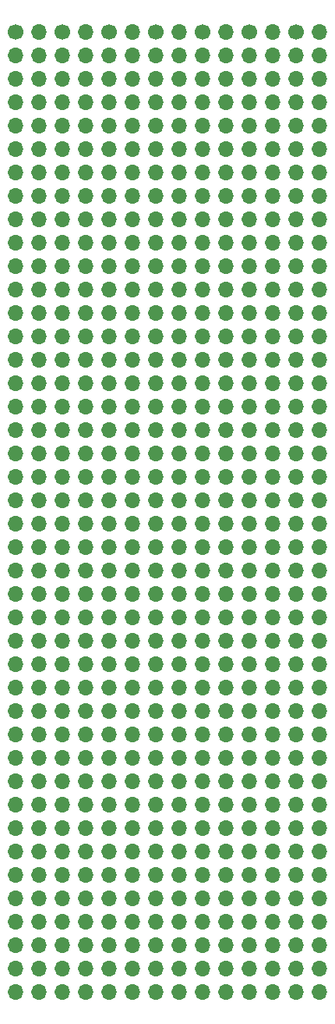
<source format=gbr>
G04 #@! TF.GenerationSoftware,KiCad,Pcbnew,5.0.2+dfsg1-1~bpo9+1*
G04 #@! TF.CreationDate,2019-11-20T21:54:30+01:00*
G04 #@! TF.ProjectId,eurobb,6575726f-6262-42e6-9b69-6361645f7063,rev?*
G04 #@! TF.SameCoordinates,Original*
G04 #@! TF.FileFunction,Copper,L1,Top*
G04 #@! TF.FilePolarity,Positive*
%FSLAX46Y46*%
G04 Gerber Fmt 4.6, Leading zero omitted, Abs format (unit mm)*
G04 Created by KiCad (PCBNEW 5.0.2+dfsg1-1~bpo9+1) date Wed 20 Nov 2019 09:54:30 PM CET*
%MOMM*%
%LPD*%
G01*
G04 APERTURE LIST*
G04 #@! TA.AperFunction,ComponentPad*
%ADD10O,1.700000X1.700000*%
G04 #@! TD*
G04 #@! TA.AperFunction,ComponentPad*
%ADD11C,1.700000*%
G04 #@! TD*
G04 APERTURE END LIST*
D10*
G04 #@! TO.P,REF\002A\002A,84*
G04 #@! TO.N,N/C*
X72136000Y-154305000D03*
G04 #@! TO.P,REF\002A\002A,83*
X69596000Y-154305000D03*
G04 #@! TO.P,REF\002A\002A,82*
X72136000Y-151765000D03*
G04 #@! TO.P,REF\002A\002A,81*
X69596000Y-151765000D03*
G04 #@! TO.P,REF\002A\002A,80*
X72136000Y-149225000D03*
G04 #@! TO.P,REF\002A\002A,79*
X69596000Y-149225000D03*
G04 #@! TO.P,REF\002A\002A,78*
X72136000Y-146685000D03*
G04 #@! TO.P,REF\002A\002A,77*
X69596000Y-146685000D03*
G04 #@! TO.P,REF\002A\002A,76*
X72136000Y-144145000D03*
G04 #@! TO.P,REF\002A\002A,75*
X69596000Y-144145000D03*
G04 #@! TO.P,REF\002A\002A,74*
X72136000Y-141605000D03*
G04 #@! TO.P,REF\002A\002A,73*
X69596000Y-141605000D03*
G04 #@! TO.P,REF\002A\002A,72*
X72136000Y-139065000D03*
G04 #@! TO.P,REF\002A\002A,71*
X69596000Y-139065000D03*
G04 #@! TO.P,REF\002A\002A,70*
X72136000Y-136525000D03*
G04 #@! TO.P,REF\002A\002A,69*
X69596000Y-136525000D03*
G04 #@! TO.P,REF\002A\002A,68*
X72136000Y-133985000D03*
G04 #@! TO.P,REF\002A\002A,67*
X69596000Y-133985000D03*
G04 #@! TO.P,REF\002A\002A,66*
X72136000Y-131445000D03*
G04 #@! TO.P,REF\002A\002A,65*
X69596000Y-131445000D03*
G04 #@! TO.P,REF\002A\002A,64*
X72136000Y-128905000D03*
G04 #@! TO.P,REF\002A\002A,63*
X69596000Y-128905000D03*
G04 #@! TO.P,REF\002A\002A,62*
X72136000Y-126365000D03*
G04 #@! TO.P,REF\002A\002A,61*
X69596000Y-126365000D03*
G04 #@! TO.P,REF\002A\002A,60*
X72136000Y-123825000D03*
G04 #@! TO.P,REF\002A\002A,59*
X69596000Y-123825000D03*
G04 #@! TO.P,REF\002A\002A,58*
X72136000Y-121285000D03*
G04 #@! TO.P,REF\002A\002A,57*
X69596000Y-121285000D03*
G04 #@! TO.P,REF\002A\002A,56*
X72136000Y-118745000D03*
G04 #@! TO.P,REF\002A\002A,55*
X69596000Y-118745000D03*
G04 #@! TO.P,REF\002A\002A,54*
X72136000Y-116205000D03*
G04 #@! TO.P,REF\002A\002A,53*
X69596000Y-116205000D03*
G04 #@! TO.P,REF\002A\002A,52*
X72136000Y-113665000D03*
G04 #@! TO.P,REF\002A\002A,51*
X69596000Y-113665000D03*
G04 #@! TO.P,REF\002A\002A,50*
X72136000Y-111125000D03*
G04 #@! TO.P,REF\002A\002A,49*
X69596000Y-111125000D03*
G04 #@! TO.P,REF\002A\002A,48*
X72136000Y-108585000D03*
G04 #@! TO.P,REF\002A\002A,47*
X69596000Y-108585000D03*
G04 #@! TO.P,REF\002A\002A,46*
X72136000Y-106045000D03*
G04 #@! TO.P,REF\002A\002A,45*
X69596000Y-106045000D03*
G04 #@! TO.P,REF\002A\002A,44*
X72136000Y-103505000D03*
G04 #@! TO.P,REF\002A\002A,43*
X69596000Y-103505000D03*
G04 #@! TO.P,REF\002A\002A,42*
X72136000Y-100965000D03*
G04 #@! TO.P,REF\002A\002A,41*
X69596000Y-100965000D03*
G04 #@! TO.P,REF\002A\002A,40*
X72136000Y-98425000D03*
G04 #@! TO.P,REF\002A\002A,39*
X69596000Y-98425000D03*
G04 #@! TO.P,REF\002A\002A,38*
X72136000Y-95885000D03*
G04 #@! TO.P,REF\002A\002A,37*
X69596000Y-95885000D03*
G04 #@! TO.P,REF\002A\002A,36*
X72136000Y-93345000D03*
G04 #@! TO.P,REF\002A\002A,35*
X69596000Y-93345000D03*
G04 #@! TO.P,REF\002A\002A,34*
X72136000Y-90805000D03*
G04 #@! TO.P,REF\002A\002A,33*
X69596000Y-90805000D03*
G04 #@! TO.P,REF\002A\002A,32*
X72136000Y-88265000D03*
G04 #@! TO.P,REF\002A\002A,31*
X69596000Y-88265000D03*
G04 #@! TO.P,REF\002A\002A,30*
X72136000Y-85725000D03*
G04 #@! TO.P,REF\002A\002A,29*
X69596000Y-85725000D03*
G04 #@! TO.P,REF\002A\002A,28*
X72136000Y-83185000D03*
G04 #@! TO.P,REF\002A\002A,27*
X69596000Y-83185000D03*
G04 #@! TO.P,REF\002A\002A,26*
X72136000Y-80645000D03*
G04 #@! TO.P,REF\002A\002A,25*
X69596000Y-80645000D03*
G04 #@! TO.P,REF\002A\002A,24*
X72136000Y-78105000D03*
G04 #@! TO.P,REF\002A\002A,23*
X69596000Y-78105000D03*
G04 #@! TO.P,REF\002A\002A,22*
X72136000Y-75565000D03*
G04 #@! TO.P,REF\002A\002A,21*
X69596000Y-75565000D03*
G04 #@! TO.P,REF\002A\002A,20*
X72136000Y-73025000D03*
G04 #@! TO.P,REF\002A\002A,19*
X69596000Y-73025000D03*
G04 #@! TO.P,REF\002A\002A,18*
X72136000Y-70485000D03*
G04 #@! TO.P,REF\002A\002A,17*
X69596000Y-70485000D03*
G04 #@! TO.P,REF\002A\002A,16*
X72136000Y-67945000D03*
G04 #@! TO.P,REF\002A\002A,15*
X69596000Y-67945000D03*
G04 #@! TO.P,REF\002A\002A,14*
X72136000Y-65405000D03*
G04 #@! TO.P,REF\002A\002A,13*
X69596000Y-65405000D03*
G04 #@! TO.P,REF\002A\002A,12*
X72136000Y-62865000D03*
G04 #@! TO.P,REF\002A\002A,11*
X69596000Y-62865000D03*
G04 #@! TO.P,REF\002A\002A,10*
X72136000Y-60325000D03*
G04 #@! TO.P,REF\002A\002A,9*
X69596000Y-60325000D03*
G04 #@! TO.P,REF\002A\002A,8*
X72136000Y-57785000D03*
G04 #@! TO.P,REF\002A\002A,7*
X69596000Y-57785000D03*
G04 #@! TO.P,REF\002A\002A,6*
X72136000Y-55245000D03*
G04 #@! TO.P,REF\002A\002A,5*
X69596000Y-55245000D03*
G04 #@! TO.P,REF\002A\002A,4*
X72136000Y-52705000D03*
G04 #@! TO.P,REF\002A\002A,3*
X69596000Y-52705000D03*
G04 #@! TO.P,REF\002A\002A,2*
X72136000Y-50165000D03*
D11*
G04 #@! TO.P,REF\002A\002A,1*
X69596000Y-50165000D03*
G04 #@! TD*
D10*
G04 #@! TO.P,REF\002A\002A,84*
G04 #@! TO.N,N/C*
X102616000Y-154305000D03*
G04 #@! TO.P,REF\002A\002A,83*
X100076000Y-154305000D03*
G04 #@! TO.P,REF\002A\002A,82*
X102616000Y-151765000D03*
G04 #@! TO.P,REF\002A\002A,81*
X100076000Y-151765000D03*
G04 #@! TO.P,REF\002A\002A,80*
X102616000Y-149225000D03*
G04 #@! TO.P,REF\002A\002A,79*
X100076000Y-149225000D03*
G04 #@! TO.P,REF\002A\002A,78*
X102616000Y-146685000D03*
G04 #@! TO.P,REF\002A\002A,77*
X100076000Y-146685000D03*
G04 #@! TO.P,REF\002A\002A,76*
X102616000Y-144145000D03*
G04 #@! TO.P,REF\002A\002A,75*
X100076000Y-144145000D03*
G04 #@! TO.P,REF\002A\002A,74*
X102616000Y-141605000D03*
G04 #@! TO.P,REF\002A\002A,73*
X100076000Y-141605000D03*
G04 #@! TO.P,REF\002A\002A,72*
X102616000Y-139065000D03*
G04 #@! TO.P,REF\002A\002A,71*
X100076000Y-139065000D03*
G04 #@! TO.P,REF\002A\002A,70*
X102616000Y-136525000D03*
G04 #@! TO.P,REF\002A\002A,69*
X100076000Y-136525000D03*
G04 #@! TO.P,REF\002A\002A,68*
X102616000Y-133985000D03*
G04 #@! TO.P,REF\002A\002A,67*
X100076000Y-133985000D03*
G04 #@! TO.P,REF\002A\002A,66*
X102616000Y-131445000D03*
G04 #@! TO.P,REF\002A\002A,65*
X100076000Y-131445000D03*
G04 #@! TO.P,REF\002A\002A,64*
X102616000Y-128905000D03*
G04 #@! TO.P,REF\002A\002A,63*
X100076000Y-128905000D03*
G04 #@! TO.P,REF\002A\002A,62*
X102616000Y-126365000D03*
G04 #@! TO.P,REF\002A\002A,61*
X100076000Y-126365000D03*
G04 #@! TO.P,REF\002A\002A,60*
X102616000Y-123825000D03*
G04 #@! TO.P,REF\002A\002A,59*
X100076000Y-123825000D03*
G04 #@! TO.P,REF\002A\002A,58*
X102616000Y-121285000D03*
G04 #@! TO.P,REF\002A\002A,57*
X100076000Y-121285000D03*
G04 #@! TO.P,REF\002A\002A,56*
X102616000Y-118745000D03*
G04 #@! TO.P,REF\002A\002A,55*
X100076000Y-118745000D03*
G04 #@! TO.P,REF\002A\002A,54*
X102616000Y-116205000D03*
G04 #@! TO.P,REF\002A\002A,53*
X100076000Y-116205000D03*
G04 #@! TO.P,REF\002A\002A,52*
X102616000Y-113665000D03*
G04 #@! TO.P,REF\002A\002A,51*
X100076000Y-113665000D03*
G04 #@! TO.P,REF\002A\002A,50*
X102616000Y-111125000D03*
G04 #@! TO.P,REF\002A\002A,49*
X100076000Y-111125000D03*
G04 #@! TO.P,REF\002A\002A,48*
X102616000Y-108585000D03*
G04 #@! TO.P,REF\002A\002A,47*
X100076000Y-108585000D03*
G04 #@! TO.P,REF\002A\002A,46*
X102616000Y-106045000D03*
G04 #@! TO.P,REF\002A\002A,45*
X100076000Y-106045000D03*
G04 #@! TO.P,REF\002A\002A,44*
X102616000Y-103505000D03*
G04 #@! TO.P,REF\002A\002A,43*
X100076000Y-103505000D03*
G04 #@! TO.P,REF\002A\002A,42*
X102616000Y-100965000D03*
G04 #@! TO.P,REF\002A\002A,41*
X100076000Y-100965000D03*
G04 #@! TO.P,REF\002A\002A,40*
X102616000Y-98425000D03*
G04 #@! TO.P,REF\002A\002A,39*
X100076000Y-98425000D03*
G04 #@! TO.P,REF\002A\002A,38*
X102616000Y-95885000D03*
G04 #@! TO.P,REF\002A\002A,37*
X100076000Y-95885000D03*
G04 #@! TO.P,REF\002A\002A,36*
X102616000Y-93345000D03*
G04 #@! TO.P,REF\002A\002A,35*
X100076000Y-93345000D03*
G04 #@! TO.P,REF\002A\002A,34*
X102616000Y-90805000D03*
G04 #@! TO.P,REF\002A\002A,33*
X100076000Y-90805000D03*
G04 #@! TO.P,REF\002A\002A,32*
X102616000Y-88265000D03*
G04 #@! TO.P,REF\002A\002A,31*
X100076000Y-88265000D03*
G04 #@! TO.P,REF\002A\002A,30*
X102616000Y-85725000D03*
G04 #@! TO.P,REF\002A\002A,29*
X100076000Y-85725000D03*
G04 #@! TO.P,REF\002A\002A,28*
X102616000Y-83185000D03*
G04 #@! TO.P,REF\002A\002A,27*
X100076000Y-83185000D03*
G04 #@! TO.P,REF\002A\002A,26*
X102616000Y-80645000D03*
G04 #@! TO.P,REF\002A\002A,25*
X100076000Y-80645000D03*
G04 #@! TO.P,REF\002A\002A,24*
X102616000Y-78105000D03*
G04 #@! TO.P,REF\002A\002A,23*
X100076000Y-78105000D03*
G04 #@! TO.P,REF\002A\002A,22*
X102616000Y-75565000D03*
G04 #@! TO.P,REF\002A\002A,21*
X100076000Y-75565000D03*
G04 #@! TO.P,REF\002A\002A,20*
X102616000Y-73025000D03*
G04 #@! TO.P,REF\002A\002A,19*
X100076000Y-73025000D03*
G04 #@! TO.P,REF\002A\002A,18*
X102616000Y-70485000D03*
G04 #@! TO.P,REF\002A\002A,17*
X100076000Y-70485000D03*
G04 #@! TO.P,REF\002A\002A,16*
X102616000Y-67945000D03*
G04 #@! TO.P,REF\002A\002A,15*
X100076000Y-67945000D03*
G04 #@! TO.P,REF\002A\002A,14*
X102616000Y-65405000D03*
G04 #@! TO.P,REF\002A\002A,13*
X100076000Y-65405000D03*
G04 #@! TO.P,REF\002A\002A,12*
X102616000Y-62865000D03*
G04 #@! TO.P,REF\002A\002A,11*
X100076000Y-62865000D03*
G04 #@! TO.P,REF\002A\002A,10*
X102616000Y-60325000D03*
G04 #@! TO.P,REF\002A\002A,9*
X100076000Y-60325000D03*
G04 #@! TO.P,REF\002A\002A,8*
X102616000Y-57785000D03*
G04 #@! TO.P,REF\002A\002A,7*
X100076000Y-57785000D03*
G04 #@! TO.P,REF\002A\002A,6*
X102616000Y-55245000D03*
G04 #@! TO.P,REF\002A\002A,5*
X100076000Y-55245000D03*
G04 #@! TO.P,REF\002A\002A,4*
X102616000Y-52705000D03*
G04 #@! TO.P,REF\002A\002A,3*
X100076000Y-52705000D03*
G04 #@! TO.P,REF\002A\002A,2*
X102616000Y-50165000D03*
D11*
G04 #@! TO.P,REF\002A\002A,1*
X100076000Y-50165000D03*
G04 #@! TD*
D10*
G04 #@! TO.P,REF\002A\002A,84*
G04 #@! TO.N,N/C*
X77216000Y-154305000D03*
G04 #@! TO.P,REF\002A\002A,83*
X74676000Y-154305000D03*
G04 #@! TO.P,REF\002A\002A,82*
X77216000Y-151765000D03*
G04 #@! TO.P,REF\002A\002A,81*
X74676000Y-151765000D03*
G04 #@! TO.P,REF\002A\002A,80*
X77216000Y-149225000D03*
G04 #@! TO.P,REF\002A\002A,79*
X74676000Y-149225000D03*
G04 #@! TO.P,REF\002A\002A,78*
X77216000Y-146685000D03*
G04 #@! TO.P,REF\002A\002A,77*
X74676000Y-146685000D03*
G04 #@! TO.P,REF\002A\002A,76*
X77216000Y-144145000D03*
G04 #@! TO.P,REF\002A\002A,75*
X74676000Y-144145000D03*
G04 #@! TO.P,REF\002A\002A,74*
X77216000Y-141605000D03*
G04 #@! TO.P,REF\002A\002A,73*
X74676000Y-141605000D03*
G04 #@! TO.P,REF\002A\002A,72*
X77216000Y-139065000D03*
G04 #@! TO.P,REF\002A\002A,71*
X74676000Y-139065000D03*
G04 #@! TO.P,REF\002A\002A,70*
X77216000Y-136525000D03*
G04 #@! TO.P,REF\002A\002A,69*
X74676000Y-136525000D03*
G04 #@! TO.P,REF\002A\002A,68*
X77216000Y-133985000D03*
G04 #@! TO.P,REF\002A\002A,67*
X74676000Y-133985000D03*
G04 #@! TO.P,REF\002A\002A,66*
X77216000Y-131445000D03*
G04 #@! TO.P,REF\002A\002A,65*
X74676000Y-131445000D03*
G04 #@! TO.P,REF\002A\002A,64*
X77216000Y-128905000D03*
G04 #@! TO.P,REF\002A\002A,63*
X74676000Y-128905000D03*
G04 #@! TO.P,REF\002A\002A,62*
X77216000Y-126365000D03*
G04 #@! TO.P,REF\002A\002A,61*
X74676000Y-126365000D03*
G04 #@! TO.P,REF\002A\002A,60*
X77216000Y-123825000D03*
G04 #@! TO.P,REF\002A\002A,59*
X74676000Y-123825000D03*
G04 #@! TO.P,REF\002A\002A,58*
X77216000Y-121285000D03*
G04 #@! TO.P,REF\002A\002A,57*
X74676000Y-121285000D03*
G04 #@! TO.P,REF\002A\002A,56*
X77216000Y-118745000D03*
G04 #@! TO.P,REF\002A\002A,55*
X74676000Y-118745000D03*
G04 #@! TO.P,REF\002A\002A,54*
X77216000Y-116205000D03*
G04 #@! TO.P,REF\002A\002A,53*
X74676000Y-116205000D03*
G04 #@! TO.P,REF\002A\002A,52*
X77216000Y-113665000D03*
G04 #@! TO.P,REF\002A\002A,51*
X74676000Y-113665000D03*
G04 #@! TO.P,REF\002A\002A,50*
X77216000Y-111125000D03*
G04 #@! TO.P,REF\002A\002A,49*
X74676000Y-111125000D03*
G04 #@! TO.P,REF\002A\002A,48*
X77216000Y-108585000D03*
G04 #@! TO.P,REF\002A\002A,47*
X74676000Y-108585000D03*
G04 #@! TO.P,REF\002A\002A,46*
X77216000Y-106045000D03*
G04 #@! TO.P,REF\002A\002A,45*
X74676000Y-106045000D03*
G04 #@! TO.P,REF\002A\002A,44*
X77216000Y-103505000D03*
G04 #@! TO.P,REF\002A\002A,43*
X74676000Y-103505000D03*
G04 #@! TO.P,REF\002A\002A,42*
X77216000Y-100965000D03*
G04 #@! TO.P,REF\002A\002A,41*
X74676000Y-100965000D03*
G04 #@! TO.P,REF\002A\002A,40*
X77216000Y-98425000D03*
G04 #@! TO.P,REF\002A\002A,39*
X74676000Y-98425000D03*
G04 #@! TO.P,REF\002A\002A,38*
X77216000Y-95885000D03*
G04 #@! TO.P,REF\002A\002A,37*
X74676000Y-95885000D03*
G04 #@! TO.P,REF\002A\002A,36*
X77216000Y-93345000D03*
G04 #@! TO.P,REF\002A\002A,35*
X74676000Y-93345000D03*
G04 #@! TO.P,REF\002A\002A,34*
X77216000Y-90805000D03*
G04 #@! TO.P,REF\002A\002A,33*
X74676000Y-90805000D03*
G04 #@! TO.P,REF\002A\002A,32*
X77216000Y-88265000D03*
G04 #@! TO.P,REF\002A\002A,31*
X74676000Y-88265000D03*
G04 #@! TO.P,REF\002A\002A,30*
X77216000Y-85725000D03*
G04 #@! TO.P,REF\002A\002A,29*
X74676000Y-85725000D03*
G04 #@! TO.P,REF\002A\002A,28*
X77216000Y-83185000D03*
G04 #@! TO.P,REF\002A\002A,27*
X74676000Y-83185000D03*
G04 #@! TO.P,REF\002A\002A,26*
X77216000Y-80645000D03*
G04 #@! TO.P,REF\002A\002A,25*
X74676000Y-80645000D03*
G04 #@! TO.P,REF\002A\002A,24*
X77216000Y-78105000D03*
G04 #@! TO.P,REF\002A\002A,23*
X74676000Y-78105000D03*
G04 #@! TO.P,REF\002A\002A,22*
X77216000Y-75565000D03*
G04 #@! TO.P,REF\002A\002A,21*
X74676000Y-75565000D03*
G04 #@! TO.P,REF\002A\002A,20*
X77216000Y-73025000D03*
G04 #@! TO.P,REF\002A\002A,19*
X74676000Y-73025000D03*
G04 #@! TO.P,REF\002A\002A,18*
X77216000Y-70485000D03*
G04 #@! TO.P,REF\002A\002A,17*
X74676000Y-70485000D03*
G04 #@! TO.P,REF\002A\002A,16*
X77216000Y-67945000D03*
G04 #@! TO.P,REF\002A\002A,15*
X74676000Y-67945000D03*
G04 #@! TO.P,REF\002A\002A,14*
X77216000Y-65405000D03*
G04 #@! TO.P,REF\002A\002A,13*
X74676000Y-65405000D03*
G04 #@! TO.P,REF\002A\002A,12*
X77216000Y-62865000D03*
G04 #@! TO.P,REF\002A\002A,11*
X74676000Y-62865000D03*
G04 #@! TO.P,REF\002A\002A,10*
X77216000Y-60325000D03*
G04 #@! TO.P,REF\002A\002A,9*
X74676000Y-60325000D03*
G04 #@! TO.P,REF\002A\002A,8*
X77216000Y-57785000D03*
G04 #@! TO.P,REF\002A\002A,7*
X74676000Y-57785000D03*
G04 #@! TO.P,REF\002A\002A,6*
X77216000Y-55245000D03*
G04 #@! TO.P,REF\002A\002A,5*
X74676000Y-55245000D03*
G04 #@! TO.P,REF\002A\002A,4*
X77216000Y-52705000D03*
G04 #@! TO.P,REF\002A\002A,3*
X74676000Y-52705000D03*
G04 #@! TO.P,REF\002A\002A,2*
X77216000Y-50165000D03*
D11*
G04 #@! TO.P,REF\002A\002A,1*
X74676000Y-50165000D03*
G04 #@! TD*
D10*
G04 #@! TO.P,REF\002A\002A,84*
G04 #@! TO.N,N/C*
X82296000Y-154305000D03*
G04 #@! TO.P,REF\002A\002A,83*
X79756000Y-154305000D03*
G04 #@! TO.P,REF\002A\002A,82*
X82296000Y-151765000D03*
G04 #@! TO.P,REF\002A\002A,81*
X79756000Y-151765000D03*
G04 #@! TO.P,REF\002A\002A,80*
X82296000Y-149225000D03*
G04 #@! TO.P,REF\002A\002A,79*
X79756000Y-149225000D03*
G04 #@! TO.P,REF\002A\002A,78*
X82296000Y-146685000D03*
G04 #@! TO.P,REF\002A\002A,77*
X79756000Y-146685000D03*
G04 #@! TO.P,REF\002A\002A,76*
X82296000Y-144145000D03*
G04 #@! TO.P,REF\002A\002A,75*
X79756000Y-144145000D03*
G04 #@! TO.P,REF\002A\002A,74*
X82296000Y-141605000D03*
G04 #@! TO.P,REF\002A\002A,73*
X79756000Y-141605000D03*
G04 #@! TO.P,REF\002A\002A,72*
X82296000Y-139065000D03*
G04 #@! TO.P,REF\002A\002A,71*
X79756000Y-139065000D03*
G04 #@! TO.P,REF\002A\002A,70*
X82296000Y-136525000D03*
G04 #@! TO.P,REF\002A\002A,69*
X79756000Y-136525000D03*
G04 #@! TO.P,REF\002A\002A,68*
X82296000Y-133985000D03*
G04 #@! TO.P,REF\002A\002A,67*
X79756000Y-133985000D03*
G04 #@! TO.P,REF\002A\002A,66*
X82296000Y-131445000D03*
G04 #@! TO.P,REF\002A\002A,65*
X79756000Y-131445000D03*
G04 #@! TO.P,REF\002A\002A,64*
X82296000Y-128905000D03*
G04 #@! TO.P,REF\002A\002A,63*
X79756000Y-128905000D03*
G04 #@! TO.P,REF\002A\002A,62*
X82296000Y-126365000D03*
G04 #@! TO.P,REF\002A\002A,61*
X79756000Y-126365000D03*
G04 #@! TO.P,REF\002A\002A,60*
X82296000Y-123825000D03*
G04 #@! TO.P,REF\002A\002A,59*
X79756000Y-123825000D03*
G04 #@! TO.P,REF\002A\002A,58*
X82296000Y-121285000D03*
G04 #@! TO.P,REF\002A\002A,57*
X79756000Y-121285000D03*
G04 #@! TO.P,REF\002A\002A,56*
X82296000Y-118745000D03*
G04 #@! TO.P,REF\002A\002A,55*
X79756000Y-118745000D03*
G04 #@! TO.P,REF\002A\002A,54*
X82296000Y-116205000D03*
G04 #@! TO.P,REF\002A\002A,53*
X79756000Y-116205000D03*
G04 #@! TO.P,REF\002A\002A,52*
X82296000Y-113665000D03*
G04 #@! TO.P,REF\002A\002A,51*
X79756000Y-113665000D03*
G04 #@! TO.P,REF\002A\002A,50*
X82296000Y-111125000D03*
G04 #@! TO.P,REF\002A\002A,49*
X79756000Y-111125000D03*
G04 #@! TO.P,REF\002A\002A,48*
X82296000Y-108585000D03*
G04 #@! TO.P,REF\002A\002A,47*
X79756000Y-108585000D03*
G04 #@! TO.P,REF\002A\002A,46*
X82296000Y-106045000D03*
G04 #@! TO.P,REF\002A\002A,45*
X79756000Y-106045000D03*
G04 #@! TO.P,REF\002A\002A,44*
X82296000Y-103505000D03*
G04 #@! TO.P,REF\002A\002A,43*
X79756000Y-103505000D03*
G04 #@! TO.P,REF\002A\002A,42*
X82296000Y-100965000D03*
G04 #@! TO.P,REF\002A\002A,41*
X79756000Y-100965000D03*
G04 #@! TO.P,REF\002A\002A,40*
X82296000Y-98425000D03*
G04 #@! TO.P,REF\002A\002A,39*
X79756000Y-98425000D03*
G04 #@! TO.P,REF\002A\002A,38*
X82296000Y-95885000D03*
G04 #@! TO.P,REF\002A\002A,37*
X79756000Y-95885000D03*
G04 #@! TO.P,REF\002A\002A,36*
X82296000Y-93345000D03*
G04 #@! TO.P,REF\002A\002A,35*
X79756000Y-93345000D03*
G04 #@! TO.P,REF\002A\002A,34*
X82296000Y-90805000D03*
G04 #@! TO.P,REF\002A\002A,33*
X79756000Y-90805000D03*
G04 #@! TO.P,REF\002A\002A,32*
X82296000Y-88265000D03*
G04 #@! TO.P,REF\002A\002A,31*
X79756000Y-88265000D03*
G04 #@! TO.P,REF\002A\002A,30*
X82296000Y-85725000D03*
G04 #@! TO.P,REF\002A\002A,29*
X79756000Y-85725000D03*
G04 #@! TO.P,REF\002A\002A,28*
X82296000Y-83185000D03*
G04 #@! TO.P,REF\002A\002A,27*
X79756000Y-83185000D03*
G04 #@! TO.P,REF\002A\002A,26*
X82296000Y-80645000D03*
G04 #@! TO.P,REF\002A\002A,25*
X79756000Y-80645000D03*
G04 #@! TO.P,REF\002A\002A,24*
X82296000Y-78105000D03*
G04 #@! TO.P,REF\002A\002A,23*
X79756000Y-78105000D03*
G04 #@! TO.P,REF\002A\002A,22*
X82296000Y-75565000D03*
G04 #@! TO.P,REF\002A\002A,21*
X79756000Y-75565000D03*
G04 #@! TO.P,REF\002A\002A,20*
X82296000Y-73025000D03*
G04 #@! TO.P,REF\002A\002A,19*
X79756000Y-73025000D03*
G04 #@! TO.P,REF\002A\002A,18*
X82296000Y-70485000D03*
G04 #@! TO.P,REF\002A\002A,17*
X79756000Y-70485000D03*
G04 #@! TO.P,REF\002A\002A,16*
X82296000Y-67945000D03*
G04 #@! TO.P,REF\002A\002A,15*
X79756000Y-67945000D03*
G04 #@! TO.P,REF\002A\002A,14*
X82296000Y-65405000D03*
G04 #@! TO.P,REF\002A\002A,13*
X79756000Y-65405000D03*
G04 #@! TO.P,REF\002A\002A,12*
X82296000Y-62865000D03*
G04 #@! TO.P,REF\002A\002A,11*
X79756000Y-62865000D03*
G04 #@! TO.P,REF\002A\002A,10*
X82296000Y-60325000D03*
G04 #@! TO.P,REF\002A\002A,9*
X79756000Y-60325000D03*
G04 #@! TO.P,REF\002A\002A,8*
X82296000Y-57785000D03*
G04 #@! TO.P,REF\002A\002A,7*
X79756000Y-57785000D03*
G04 #@! TO.P,REF\002A\002A,6*
X82296000Y-55245000D03*
G04 #@! TO.P,REF\002A\002A,5*
X79756000Y-55245000D03*
G04 #@! TO.P,REF\002A\002A,4*
X82296000Y-52705000D03*
G04 #@! TO.P,REF\002A\002A,3*
X79756000Y-52705000D03*
G04 #@! TO.P,REF\002A\002A,2*
X82296000Y-50165000D03*
D11*
G04 #@! TO.P,REF\002A\002A,1*
X79756000Y-50165000D03*
G04 #@! TD*
D10*
G04 #@! TO.P,REF\002A\002A,84*
G04 #@! TO.N,N/C*
X87376000Y-154305000D03*
G04 #@! TO.P,REF\002A\002A,83*
X84836000Y-154305000D03*
G04 #@! TO.P,REF\002A\002A,82*
X87376000Y-151765000D03*
G04 #@! TO.P,REF\002A\002A,81*
X84836000Y-151765000D03*
G04 #@! TO.P,REF\002A\002A,80*
X87376000Y-149225000D03*
G04 #@! TO.P,REF\002A\002A,79*
X84836000Y-149225000D03*
G04 #@! TO.P,REF\002A\002A,78*
X87376000Y-146685000D03*
G04 #@! TO.P,REF\002A\002A,77*
X84836000Y-146685000D03*
G04 #@! TO.P,REF\002A\002A,76*
X87376000Y-144145000D03*
G04 #@! TO.P,REF\002A\002A,75*
X84836000Y-144145000D03*
G04 #@! TO.P,REF\002A\002A,74*
X87376000Y-141605000D03*
G04 #@! TO.P,REF\002A\002A,73*
X84836000Y-141605000D03*
G04 #@! TO.P,REF\002A\002A,72*
X87376000Y-139065000D03*
G04 #@! TO.P,REF\002A\002A,71*
X84836000Y-139065000D03*
G04 #@! TO.P,REF\002A\002A,70*
X87376000Y-136525000D03*
G04 #@! TO.P,REF\002A\002A,69*
X84836000Y-136525000D03*
G04 #@! TO.P,REF\002A\002A,68*
X87376000Y-133985000D03*
G04 #@! TO.P,REF\002A\002A,67*
X84836000Y-133985000D03*
G04 #@! TO.P,REF\002A\002A,66*
X87376000Y-131445000D03*
G04 #@! TO.P,REF\002A\002A,65*
X84836000Y-131445000D03*
G04 #@! TO.P,REF\002A\002A,64*
X87376000Y-128905000D03*
G04 #@! TO.P,REF\002A\002A,63*
X84836000Y-128905000D03*
G04 #@! TO.P,REF\002A\002A,62*
X87376000Y-126365000D03*
G04 #@! TO.P,REF\002A\002A,61*
X84836000Y-126365000D03*
G04 #@! TO.P,REF\002A\002A,60*
X87376000Y-123825000D03*
G04 #@! TO.P,REF\002A\002A,59*
X84836000Y-123825000D03*
G04 #@! TO.P,REF\002A\002A,58*
X87376000Y-121285000D03*
G04 #@! TO.P,REF\002A\002A,57*
X84836000Y-121285000D03*
G04 #@! TO.P,REF\002A\002A,56*
X87376000Y-118745000D03*
G04 #@! TO.P,REF\002A\002A,55*
X84836000Y-118745000D03*
G04 #@! TO.P,REF\002A\002A,54*
X87376000Y-116205000D03*
G04 #@! TO.P,REF\002A\002A,53*
X84836000Y-116205000D03*
G04 #@! TO.P,REF\002A\002A,52*
X87376000Y-113665000D03*
G04 #@! TO.P,REF\002A\002A,51*
X84836000Y-113665000D03*
G04 #@! TO.P,REF\002A\002A,50*
X87376000Y-111125000D03*
G04 #@! TO.P,REF\002A\002A,49*
X84836000Y-111125000D03*
G04 #@! TO.P,REF\002A\002A,48*
X87376000Y-108585000D03*
G04 #@! TO.P,REF\002A\002A,47*
X84836000Y-108585000D03*
G04 #@! TO.P,REF\002A\002A,46*
X87376000Y-106045000D03*
G04 #@! TO.P,REF\002A\002A,45*
X84836000Y-106045000D03*
G04 #@! TO.P,REF\002A\002A,44*
X87376000Y-103505000D03*
G04 #@! TO.P,REF\002A\002A,43*
X84836000Y-103505000D03*
G04 #@! TO.P,REF\002A\002A,42*
X87376000Y-100965000D03*
G04 #@! TO.P,REF\002A\002A,41*
X84836000Y-100965000D03*
G04 #@! TO.P,REF\002A\002A,40*
X87376000Y-98425000D03*
G04 #@! TO.P,REF\002A\002A,39*
X84836000Y-98425000D03*
G04 #@! TO.P,REF\002A\002A,38*
X87376000Y-95885000D03*
G04 #@! TO.P,REF\002A\002A,37*
X84836000Y-95885000D03*
G04 #@! TO.P,REF\002A\002A,36*
X87376000Y-93345000D03*
G04 #@! TO.P,REF\002A\002A,35*
X84836000Y-93345000D03*
G04 #@! TO.P,REF\002A\002A,34*
X87376000Y-90805000D03*
G04 #@! TO.P,REF\002A\002A,33*
X84836000Y-90805000D03*
G04 #@! TO.P,REF\002A\002A,32*
X87376000Y-88265000D03*
G04 #@! TO.P,REF\002A\002A,31*
X84836000Y-88265000D03*
G04 #@! TO.P,REF\002A\002A,30*
X87376000Y-85725000D03*
G04 #@! TO.P,REF\002A\002A,29*
X84836000Y-85725000D03*
G04 #@! TO.P,REF\002A\002A,28*
X87376000Y-83185000D03*
G04 #@! TO.P,REF\002A\002A,27*
X84836000Y-83185000D03*
G04 #@! TO.P,REF\002A\002A,26*
X87376000Y-80645000D03*
G04 #@! TO.P,REF\002A\002A,25*
X84836000Y-80645000D03*
G04 #@! TO.P,REF\002A\002A,24*
X87376000Y-78105000D03*
G04 #@! TO.P,REF\002A\002A,23*
X84836000Y-78105000D03*
G04 #@! TO.P,REF\002A\002A,22*
X87376000Y-75565000D03*
G04 #@! TO.P,REF\002A\002A,21*
X84836000Y-75565000D03*
G04 #@! TO.P,REF\002A\002A,20*
X87376000Y-73025000D03*
G04 #@! TO.P,REF\002A\002A,19*
X84836000Y-73025000D03*
G04 #@! TO.P,REF\002A\002A,18*
X87376000Y-70485000D03*
G04 #@! TO.P,REF\002A\002A,17*
X84836000Y-70485000D03*
G04 #@! TO.P,REF\002A\002A,16*
X87376000Y-67945000D03*
G04 #@! TO.P,REF\002A\002A,15*
X84836000Y-67945000D03*
G04 #@! TO.P,REF\002A\002A,14*
X87376000Y-65405000D03*
G04 #@! TO.P,REF\002A\002A,13*
X84836000Y-65405000D03*
G04 #@! TO.P,REF\002A\002A,12*
X87376000Y-62865000D03*
G04 #@! TO.P,REF\002A\002A,11*
X84836000Y-62865000D03*
G04 #@! TO.P,REF\002A\002A,10*
X87376000Y-60325000D03*
G04 #@! TO.P,REF\002A\002A,9*
X84836000Y-60325000D03*
G04 #@! TO.P,REF\002A\002A,8*
X87376000Y-57785000D03*
G04 #@! TO.P,REF\002A\002A,7*
X84836000Y-57785000D03*
G04 #@! TO.P,REF\002A\002A,6*
X87376000Y-55245000D03*
G04 #@! TO.P,REF\002A\002A,5*
X84836000Y-55245000D03*
G04 #@! TO.P,REF\002A\002A,4*
X87376000Y-52705000D03*
G04 #@! TO.P,REF\002A\002A,3*
X84836000Y-52705000D03*
G04 #@! TO.P,REF\002A\002A,2*
X87376000Y-50165000D03*
D11*
G04 #@! TO.P,REF\002A\002A,1*
X84836000Y-50165000D03*
G04 #@! TD*
D10*
G04 #@! TO.P,REF\002A\002A,84*
G04 #@! TO.N,N/C*
X92456000Y-154305000D03*
G04 #@! TO.P,REF\002A\002A,83*
X89916000Y-154305000D03*
G04 #@! TO.P,REF\002A\002A,82*
X92456000Y-151765000D03*
G04 #@! TO.P,REF\002A\002A,81*
X89916000Y-151765000D03*
G04 #@! TO.P,REF\002A\002A,80*
X92456000Y-149225000D03*
G04 #@! TO.P,REF\002A\002A,79*
X89916000Y-149225000D03*
G04 #@! TO.P,REF\002A\002A,78*
X92456000Y-146685000D03*
G04 #@! TO.P,REF\002A\002A,77*
X89916000Y-146685000D03*
G04 #@! TO.P,REF\002A\002A,76*
X92456000Y-144145000D03*
G04 #@! TO.P,REF\002A\002A,75*
X89916000Y-144145000D03*
G04 #@! TO.P,REF\002A\002A,74*
X92456000Y-141605000D03*
G04 #@! TO.P,REF\002A\002A,73*
X89916000Y-141605000D03*
G04 #@! TO.P,REF\002A\002A,72*
X92456000Y-139065000D03*
G04 #@! TO.P,REF\002A\002A,71*
X89916000Y-139065000D03*
G04 #@! TO.P,REF\002A\002A,70*
X92456000Y-136525000D03*
G04 #@! TO.P,REF\002A\002A,69*
X89916000Y-136525000D03*
G04 #@! TO.P,REF\002A\002A,68*
X92456000Y-133985000D03*
G04 #@! TO.P,REF\002A\002A,67*
X89916000Y-133985000D03*
G04 #@! TO.P,REF\002A\002A,66*
X92456000Y-131445000D03*
G04 #@! TO.P,REF\002A\002A,65*
X89916000Y-131445000D03*
G04 #@! TO.P,REF\002A\002A,64*
X92456000Y-128905000D03*
G04 #@! TO.P,REF\002A\002A,63*
X89916000Y-128905000D03*
G04 #@! TO.P,REF\002A\002A,62*
X92456000Y-126365000D03*
G04 #@! TO.P,REF\002A\002A,61*
X89916000Y-126365000D03*
G04 #@! TO.P,REF\002A\002A,60*
X92456000Y-123825000D03*
G04 #@! TO.P,REF\002A\002A,59*
X89916000Y-123825000D03*
G04 #@! TO.P,REF\002A\002A,58*
X92456000Y-121285000D03*
G04 #@! TO.P,REF\002A\002A,57*
X89916000Y-121285000D03*
G04 #@! TO.P,REF\002A\002A,56*
X92456000Y-118745000D03*
G04 #@! TO.P,REF\002A\002A,55*
X89916000Y-118745000D03*
G04 #@! TO.P,REF\002A\002A,54*
X92456000Y-116205000D03*
G04 #@! TO.P,REF\002A\002A,53*
X89916000Y-116205000D03*
G04 #@! TO.P,REF\002A\002A,52*
X92456000Y-113665000D03*
G04 #@! TO.P,REF\002A\002A,51*
X89916000Y-113665000D03*
G04 #@! TO.P,REF\002A\002A,50*
X92456000Y-111125000D03*
G04 #@! TO.P,REF\002A\002A,49*
X89916000Y-111125000D03*
G04 #@! TO.P,REF\002A\002A,48*
X92456000Y-108585000D03*
G04 #@! TO.P,REF\002A\002A,47*
X89916000Y-108585000D03*
G04 #@! TO.P,REF\002A\002A,46*
X92456000Y-106045000D03*
G04 #@! TO.P,REF\002A\002A,45*
X89916000Y-106045000D03*
G04 #@! TO.P,REF\002A\002A,44*
X92456000Y-103505000D03*
G04 #@! TO.P,REF\002A\002A,43*
X89916000Y-103505000D03*
G04 #@! TO.P,REF\002A\002A,42*
X92456000Y-100965000D03*
G04 #@! TO.P,REF\002A\002A,41*
X89916000Y-100965000D03*
G04 #@! TO.P,REF\002A\002A,40*
X92456000Y-98425000D03*
G04 #@! TO.P,REF\002A\002A,39*
X89916000Y-98425000D03*
G04 #@! TO.P,REF\002A\002A,38*
X92456000Y-95885000D03*
G04 #@! TO.P,REF\002A\002A,37*
X89916000Y-95885000D03*
G04 #@! TO.P,REF\002A\002A,36*
X92456000Y-93345000D03*
G04 #@! TO.P,REF\002A\002A,35*
X89916000Y-93345000D03*
G04 #@! TO.P,REF\002A\002A,34*
X92456000Y-90805000D03*
G04 #@! TO.P,REF\002A\002A,33*
X89916000Y-90805000D03*
G04 #@! TO.P,REF\002A\002A,32*
X92456000Y-88265000D03*
G04 #@! TO.P,REF\002A\002A,31*
X89916000Y-88265000D03*
G04 #@! TO.P,REF\002A\002A,30*
X92456000Y-85725000D03*
G04 #@! TO.P,REF\002A\002A,29*
X89916000Y-85725000D03*
G04 #@! TO.P,REF\002A\002A,28*
X92456000Y-83185000D03*
G04 #@! TO.P,REF\002A\002A,27*
X89916000Y-83185000D03*
G04 #@! TO.P,REF\002A\002A,26*
X92456000Y-80645000D03*
G04 #@! TO.P,REF\002A\002A,25*
X89916000Y-80645000D03*
G04 #@! TO.P,REF\002A\002A,24*
X92456000Y-78105000D03*
G04 #@! TO.P,REF\002A\002A,23*
X89916000Y-78105000D03*
G04 #@! TO.P,REF\002A\002A,22*
X92456000Y-75565000D03*
G04 #@! TO.P,REF\002A\002A,21*
X89916000Y-75565000D03*
G04 #@! TO.P,REF\002A\002A,20*
X92456000Y-73025000D03*
G04 #@! TO.P,REF\002A\002A,19*
X89916000Y-73025000D03*
G04 #@! TO.P,REF\002A\002A,18*
X92456000Y-70485000D03*
G04 #@! TO.P,REF\002A\002A,17*
X89916000Y-70485000D03*
G04 #@! TO.P,REF\002A\002A,16*
X92456000Y-67945000D03*
G04 #@! TO.P,REF\002A\002A,15*
X89916000Y-67945000D03*
G04 #@! TO.P,REF\002A\002A,14*
X92456000Y-65405000D03*
G04 #@! TO.P,REF\002A\002A,13*
X89916000Y-65405000D03*
G04 #@! TO.P,REF\002A\002A,12*
X92456000Y-62865000D03*
G04 #@! TO.P,REF\002A\002A,11*
X89916000Y-62865000D03*
G04 #@! TO.P,REF\002A\002A,10*
X92456000Y-60325000D03*
G04 #@! TO.P,REF\002A\002A,9*
X89916000Y-60325000D03*
G04 #@! TO.P,REF\002A\002A,8*
X92456000Y-57785000D03*
G04 #@! TO.P,REF\002A\002A,7*
X89916000Y-57785000D03*
G04 #@! TO.P,REF\002A\002A,6*
X92456000Y-55245000D03*
G04 #@! TO.P,REF\002A\002A,5*
X89916000Y-55245000D03*
G04 #@! TO.P,REF\002A\002A,4*
X92456000Y-52705000D03*
G04 #@! TO.P,REF\002A\002A,3*
X89916000Y-52705000D03*
G04 #@! TO.P,REF\002A\002A,2*
X92456000Y-50165000D03*
D11*
G04 #@! TO.P,REF\002A\002A,1*
X89916000Y-50165000D03*
G04 #@! TD*
D10*
G04 #@! TO.P,REF\002A\002A,84*
G04 #@! TO.N,N/C*
X97536000Y-154305000D03*
G04 #@! TO.P,REF\002A\002A,83*
X94996000Y-154305000D03*
G04 #@! TO.P,REF\002A\002A,82*
X97536000Y-151765000D03*
G04 #@! TO.P,REF\002A\002A,81*
X94996000Y-151765000D03*
G04 #@! TO.P,REF\002A\002A,80*
X97536000Y-149225000D03*
G04 #@! TO.P,REF\002A\002A,79*
X94996000Y-149225000D03*
G04 #@! TO.P,REF\002A\002A,78*
X97536000Y-146685000D03*
G04 #@! TO.P,REF\002A\002A,77*
X94996000Y-146685000D03*
G04 #@! TO.P,REF\002A\002A,76*
X97536000Y-144145000D03*
G04 #@! TO.P,REF\002A\002A,75*
X94996000Y-144145000D03*
G04 #@! TO.P,REF\002A\002A,74*
X97536000Y-141605000D03*
G04 #@! TO.P,REF\002A\002A,73*
X94996000Y-141605000D03*
G04 #@! TO.P,REF\002A\002A,72*
X97536000Y-139065000D03*
G04 #@! TO.P,REF\002A\002A,71*
X94996000Y-139065000D03*
G04 #@! TO.P,REF\002A\002A,70*
X97536000Y-136525000D03*
G04 #@! TO.P,REF\002A\002A,69*
X94996000Y-136525000D03*
G04 #@! TO.P,REF\002A\002A,68*
X97536000Y-133985000D03*
G04 #@! TO.P,REF\002A\002A,67*
X94996000Y-133985000D03*
G04 #@! TO.P,REF\002A\002A,66*
X97536000Y-131445000D03*
G04 #@! TO.P,REF\002A\002A,65*
X94996000Y-131445000D03*
G04 #@! TO.P,REF\002A\002A,64*
X97536000Y-128905000D03*
G04 #@! TO.P,REF\002A\002A,63*
X94996000Y-128905000D03*
G04 #@! TO.P,REF\002A\002A,62*
X97536000Y-126365000D03*
G04 #@! TO.P,REF\002A\002A,61*
X94996000Y-126365000D03*
G04 #@! TO.P,REF\002A\002A,60*
X97536000Y-123825000D03*
G04 #@! TO.P,REF\002A\002A,59*
X94996000Y-123825000D03*
G04 #@! TO.P,REF\002A\002A,58*
X97536000Y-121285000D03*
G04 #@! TO.P,REF\002A\002A,57*
X94996000Y-121285000D03*
G04 #@! TO.P,REF\002A\002A,56*
X97536000Y-118745000D03*
G04 #@! TO.P,REF\002A\002A,55*
X94996000Y-118745000D03*
G04 #@! TO.P,REF\002A\002A,54*
X97536000Y-116205000D03*
G04 #@! TO.P,REF\002A\002A,53*
X94996000Y-116205000D03*
G04 #@! TO.P,REF\002A\002A,52*
X97536000Y-113665000D03*
G04 #@! TO.P,REF\002A\002A,51*
X94996000Y-113665000D03*
G04 #@! TO.P,REF\002A\002A,50*
X97536000Y-111125000D03*
G04 #@! TO.P,REF\002A\002A,49*
X94996000Y-111125000D03*
G04 #@! TO.P,REF\002A\002A,48*
X97536000Y-108585000D03*
G04 #@! TO.P,REF\002A\002A,47*
X94996000Y-108585000D03*
G04 #@! TO.P,REF\002A\002A,46*
X97536000Y-106045000D03*
G04 #@! TO.P,REF\002A\002A,45*
X94996000Y-106045000D03*
G04 #@! TO.P,REF\002A\002A,44*
X97536000Y-103505000D03*
G04 #@! TO.P,REF\002A\002A,43*
X94996000Y-103505000D03*
G04 #@! TO.P,REF\002A\002A,42*
X97536000Y-100965000D03*
G04 #@! TO.P,REF\002A\002A,41*
X94996000Y-100965000D03*
G04 #@! TO.P,REF\002A\002A,40*
X97536000Y-98425000D03*
G04 #@! TO.P,REF\002A\002A,39*
X94996000Y-98425000D03*
G04 #@! TO.P,REF\002A\002A,38*
X97536000Y-95885000D03*
G04 #@! TO.P,REF\002A\002A,37*
X94996000Y-95885000D03*
G04 #@! TO.P,REF\002A\002A,36*
X97536000Y-93345000D03*
G04 #@! TO.P,REF\002A\002A,35*
X94996000Y-93345000D03*
G04 #@! TO.P,REF\002A\002A,34*
X97536000Y-90805000D03*
G04 #@! TO.P,REF\002A\002A,33*
X94996000Y-90805000D03*
G04 #@! TO.P,REF\002A\002A,32*
X97536000Y-88265000D03*
G04 #@! TO.P,REF\002A\002A,31*
X94996000Y-88265000D03*
G04 #@! TO.P,REF\002A\002A,30*
X97536000Y-85725000D03*
G04 #@! TO.P,REF\002A\002A,29*
X94996000Y-85725000D03*
G04 #@! TO.P,REF\002A\002A,28*
X97536000Y-83185000D03*
G04 #@! TO.P,REF\002A\002A,27*
X94996000Y-83185000D03*
G04 #@! TO.P,REF\002A\002A,26*
X97536000Y-80645000D03*
G04 #@! TO.P,REF\002A\002A,25*
X94996000Y-80645000D03*
G04 #@! TO.P,REF\002A\002A,24*
X97536000Y-78105000D03*
G04 #@! TO.P,REF\002A\002A,23*
X94996000Y-78105000D03*
G04 #@! TO.P,REF\002A\002A,22*
X97536000Y-75565000D03*
G04 #@! TO.P,REF\002A\002A,21*
X94996000Y-75565000D03*
G04 #@! TO.P,REF\002A\002A,20*
X97536000Y-73025000D03*
G04 #@! TO.P,REF\002A\002A,19*
X94996000Y-73025000D03*
G04 #@! TO.P,REF\002A\002A,18*
X97536000Y-70485000D03*
G04 #@! TO.P,REF\002A\002A,17*
X94996000Y-70485000D03*
G04 #@! TO.P,REF\002A\002A,16*
X97536000Y-67945000D03*
G04 #@! TO.P,REF\002A\002A,15*
X94996000Y-67945000D03*
G04 #@! TO.P,REF\002A\002A,14*
X97536000Y-65405000D03*
G04 #@! TO.P,REF\002A\002A,13*
X94996000Y-65405000D03*
G04 #@! TO.P,REF\002A\002A,12*
X97536000Y-62865000D03*
G04 #@! TO.P,REF\002A\002A,11*
X94996000Y-62865000D03*
G04 #@! TO.P,REF\002A\002A,10*
X97536000Y-60325000D03*
G04 #@! TO.P,REF\002A\002A,9*
X94996000Y-60325000D03*
G04 #@! TO.P,REF\002A\002A,8*
X97536000Y-57785000D03*
G04 #@! TO.P,REF\002A\002A,7*
X94996000Y-57785000D03*
G04 #@! TO.P,REF\002A\002A,6*
X97536000Y-55245000D03*
G04 #@! TO.P,REF\002A\002A,5*
X94996000Y-55245000D03*
G04 #@! TO.P,REF\002A\002A,4*
X97536000Y-52705000D03*
G04 #@! TO.P,REF\002A\002A,3*
X94996000Y-52705000D03*
G04 #@! TO.P,REF\002A\002A,2*
X97536000Y-50165000D03*
D11*
G04 #@! TO.P,REF\002A\002A,1*
X94996000Y-50165000D03*
G04 #@! TD*
M02*

</source>
